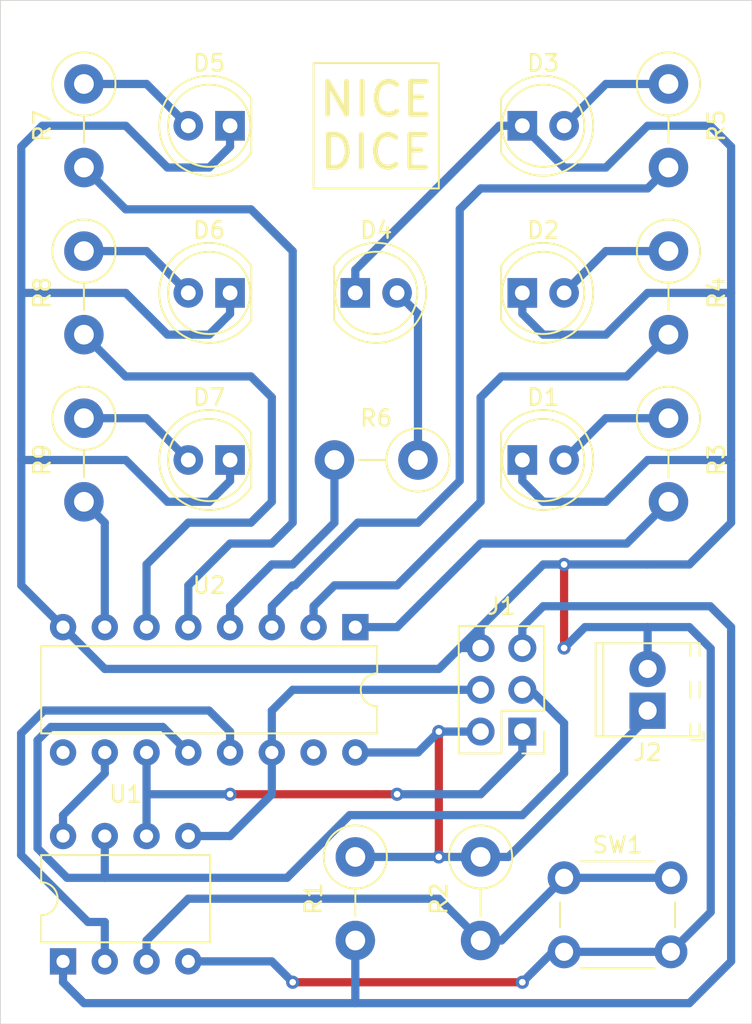
<source format=kicad_pcb>
(kicad_pcb (version 20171130) (host pcbnew "(5.1.10)-1")

  (general
    (thickness 1.6)
    (drawings 9)
    (tracks 201)
    (zones 0)
    (modules 21)
    (nets 23)
  )

  (page A4)
  (layers
    (0 F.Cu signal)
    (31 B.Cu signal)
    (32 B.Adhes user)
    (33 F.Adhes user)
    (34 B.Paste user)
    (35 F.Paste user)
    (36 B.SilkS user)
    (37 F.SilkS user)
    (38 B.Mask user)
    (39 F.Mask user)
    (40 Dwgs.User user)
    (41 Cmts.User user)
    (42 Eco1.User user)
    (43 Eco2.User user)
    (44 Edge.Cuts user)
    (45 Margin user)
    (46 B.CrtYd user)
    (47 F.CrtYd user)
    (48 B.Fab user)
    (49 F.Fab user)
  )

  (setup
    (last_trace_width 0.5)
    (trace_clearance 0.5)
    (zone_clearance 0.508)
    (zone_45_only no)
    (trace_min 0.2)
    (via_size 0.8)
    (via_drill 0.4)
    (via_min_size 0.4)
    (via_min_drill 0.3)
    (uvia_size 0.3)
    (uvia_drill 0.1)
    (uvias_allowed no)
    (uvia_min_size 0.2)
    (uvia_min_drill 0.1)
    (edge_width 0.05)
    (segment_width 0.2)
    (pcb_text_width 0.3)
    (pcb_text_size 1.5 1.5)
    (mod_edge_width 0.12)
    (mod_text_size 1 1)
    (mod_text_width 0.15)
    (pad_size 1.524 1.524)
    (pad_drill 0.762)
    (pad_to_mask_clearance 0)
    (aux_axis_origin 0 0)
    (visible_elements 7FFFFFFF)
    (pcbplotparams
      (layerselection 0x010fc_ffffffff)
      (usegerberextensions false)
      (usegerberattributes true)
      (usegerberadvancedattributes true)
      (creategerberjobfile true)
      (excludeedgelayer true)
      (linewidth 0.100000)
      (plotframeref false)
      (viasonmask false)
      (mode 1)
      (useauxorigin false)
      (hpglpennumber 1)
      (hpglpenspeed 20)
      (hpglpendiameter 15.000000)
      (psnegative false)
      (psa4output false)
      (plotreference true)
      (plotvalue true)
      (plotinvisibletext false)
      (padsonsilk false)
      (subtractmaskfromsilk false)
      (outputformat 1)
      (mirror false)
      (drillshape 1)
      (scaleselection 1)
      (outputdirectory ""))
  )

  (net 0 "")
  (net 1 "Net-(D1-Pad2)")
  (net 2 GND)
  (net 3 "Net-(D2-Pad2)")
  (net 4 "Net-(D3-Pad2)")
  (net 5 "Net-(D4-Pad2)")
  (net 6 "Net-(D5-Pad2)")
  (net 7 "Net-(D6-Pad2)")
  (net 8 "Net-(D7-Pad2)")
  (net 9 "Net-(J1-Pad5)")
  (net 10 "Net-(J1-Pad4)")
  (net 11 "Net-(J1-Pad3)")
  (net 12 VDD)
  (net 13 "Net-(J1-Pad1)")
  (net 14 Button)
  (net 15 "Net-(R3-Pad2)")
  (net 16 "Net-(R4-Pad2)")
  (net 17 "Net-(R5-Pad2)")
  (net 18 "Net-(R6-Pad2)")
  (net 19 "Net-(R7-Pad2)")
  (net 20 "Net-(R8-Pad2)")
  (net 21 "Net-(R9-Pad2)")
  (net 22 "Net-(U1-Pad2)")

  (net_class Default "This is the default net class."
    (clearance 0.5)
    (trace_width 0.5)
    (via_dia 0.8)
    (via_drill 0.4)
    (uvia_dia 0.3)
    (uvia_drill 0.1)
    (add_net Button)
    (add_net GND)
    (add_net "Net-(D1-Pad2)")
    (add_net "Net-(D2-Pad2)")
    (add_net "Net-(D3-Pad2)")
    (add_net "Net-(D4-Pad2)")
    (add_net "Net-(D5-Pad2)")
    (add_net "Net-(D6-Pad2)")
    (add_net "Net-(D7-Pad2)")
    (add_net "Net-(J1-Pad1)")
    (add_net "Net-(J1-Pad3)")
    (add_net "Net-(J1-Pad4)")
    (add_net "Net-(J1-Pad5)")
    (add_net "Net-(R3-Pad2)")
    (add_net "Net-(R4-Pad2)")
    (add_net "Net-(R5-Pad2)")
    (add_net "Net-(R6-Pad2)")
    (add_net "Net-(R7-Pad2)")
    (add_net "Net-(R8-Pad2)")
    (add_net "Net-(R9-Pad2)")
    (add_net "Net-(U1-Pad2)")
    (add_net VDD)
  )

  (module Package_DIP:DIP-16_W7.62mm (layer F.Cu) (tedit 5A02E8C5) (tstamp 613CA825)
    (at 139.7 104.14 270)
    (descr "16-lead though-hole mounted DIP package, row spacing 7.62 mm (300 mils)")
    (tags "THT DIP DIL PDIP 2.54mm 7.62mm 300mil")
    (path /613C4B48)
    (fp_text reference U2 (at -2.54 8.89 180) (layer F.SilkS)
      (effects (font (size 1 1) (thickness 0.15)))
    )
    (fp_text value 74HC595 (at 3.81 20.11 90) (layer F.Fab)
      (effects (font (size 1 1) (thickness 0.15)))
    )
    (fp_line (start 8.7 -1.55) (end -1.1 -1.55) (layer F.CrtYd) (width 0.05))
    (fp_line (start 8.7 19.3) (end 8.7 -1.55) (layer F.CrtYd) (width 0.05))
    (fp_line (start -1.1 19.3) (end 8.7 19.3) (layer F.CrtYd) (width 0.05))
    (fp_line (start -1.1 -1.55) (end -1.1 19.3) (layer F.CrtYd) (width 0.05))
    (fp_line (start 6.46 -1.33) (end 4.81 -1.33) (layer F.SilkS) (width 0.12))
    (fp_line (start 6.46 19.11) (end 6.46 -1.33) (layer F.SilkS) (width 0.12))
    (fp_line (start 1.16 19.11) (end 6.46 19.11) (layer F.SilkS) (width 0.12))
    (fp_line (start 1.16 -1.33) (end 1.16 19.11) (layer F.SilkS) (width 0.12))
    (fp_line (start 2.81 -1.33) (end 1.16 -1.33) (layer F.SilkS) (width 0.12))
    (fp_line (start 0.635 -0.27) (end 1.635 -1.27) (layer F.Fab) (width 0.1))
    (fp_line (start 0.635 19.05) (end 0.635 -0.27) (layer F.Fab) (width 0.1))
    (fp_line (start 6.985 19.05) (end 0.635 19.05) (layer F.Fab) (width 0.1))
    (fp_line (start 6.985 -1.27) (end 6.985 19.05) (layer F.Fab) (width 0.1))
    (fp_line (start 1.635 -1.27) (end 6.985 -1.27) (layer F.Fab) (width 0.1))
    (fp_text user %R (at 3.81 8.89 90) (layer F.Fab)
      (effects (font (size 1 1) (thickness 0.15)))
    )
    (fp_arc (start 3.81 -1.33) (end 2.81 -1.33) (angle -180) (layer F.SilkS) (width 0.12))
    (pad 16 thru_hole oval (at 7.62 0 270) (size 1.6 1.6) (drill 0.8) (layers *.Cu *.Mask)
      (net 12 VDD))
    (pad 8 thru_hole oval (at 0 17.78 270) (size 1.6 1.6) (drill 0.8) (layers *.Cu *.Mask)
      (net 2 GND))
    (pad 15 thru_hole oval (at 7.62 2.54 270) (size 1.6 1.6) (drill 0.8) (layers *.Cu *.Mask))
    (pad 7 thru_hole oval (at 0 15.24 270) (size 1.6 1.6) (drill 0.8) (layers *.Cu *.Mask)
      (net 21 "Net-(R9-Pad2)"))
    (pad 14 thru_hole oval (at 7.62 5.08 270) (size 1.6 1.6) (drill 0.8) (layers *.Cu *.Mask)
      (net 10 "Net-(J1-Pad4)"))
    (pad 6 thru_hole oval (at 0 12.7 270) (size 1.6 1.6) (drill 0.8) (layers *.Cu *.Mask)
      (net 20 "Net-(R8-Pad2)"))
    (pad 13 thru_hole oval (at 7.62 7.62 270) (size 1.6 1.6) (drill 0.8) (layers *.Cu *.Mask)
      (net 22 "Net-(U1-Pad2)"))
    (pad 5 thru_hole oval (at 0 10.16 270) (size 1.6 1.6) (drill 0.8) (layers *.Cu *.Mask)
      (net 19 "Net-(R7-Pad2)"))
    (pad 12 thru_hole oval (at 7.62 10.16 270) (size 1.6 1.6) (drill 0.8) (layers *.Cu *.Mask)
      (net 11 "Net-(J1-Pad3)"))
    (pad 4 thru_hole oval (at 0 7.62 270) (size 1.6 1.6) (drill 0.8) (layers *.Cu *.Mask)
      (net 18 "Net-(R6-Pad2)"))
    (pad 11 thru_hole oval (at 7.62 12.7 270) (size 1.6 1.6) (drill 0.8) (layers *.Cu *.Mask)
      (net 13 "Net-(J1-Pad1)"))
    (pad 3 thru_hole oval (at 0 5.08 270) (size 1.6 1.6) (drill 0.8) (layers *.Cu *.Mask)
      (net 17 "Net-(R5-Pad2)"))
    (pad 10 thru_hole oval (at 7.62 15.24 270) (size 1.6 1.6) (drill 0.8) (layers *.Cu *.Mask)
      (net 12 VDD))
    (pad 2 thru_hole oval (at 0 2.54 270) (size 1.6 1.6) (drill 0.8) (layers *.Cu *.Mask)
      (net 16 "Net-(R4-Pad2)"))
    (pad 9 thru_hole oval (at 7.62 17.78 270) (size 1.6 1.6) (drill 0.8) (layers *.Cu *.Mask))
    (pad 1 thru_hole rect (at 0 0 270) (size 1.6 1.6) (drill 0.8) (layers *.Cu *.Mask)
      (net 15 "Net-(R3-Pad2)"))
    (model ${KISYS3DMOD}/Package_DIP.3dshapes/DIP-16_W7.62mm.wrl
      (at (xyz 0 0 0))
      (scale (xyz 1 1 1))
      (rotate (xyz 0 0 0))
    )
  )

  (module Package_DIP:DIP-8_W7.62mm (layer F.Cu) (tedit 5A02E8C5) (tstamp 613CA801)
    (at 121.92 124.46 90)
    (descr "8-lead though-hole mounted DIP package, row spacing 7.62 mm (300 mils)")
    (tags "THT DIP DIL PDIP 2.54mm 7.62mm 300mil")
    (path /613B9ABB)
    (fp_text reference U1 (at 10.16 3.81 180) (layer F.SilkS)
      (effects (font (size 1 1) (thickness 0.15)))
    )
    (fp_text value ATtiny13A-PU (at 3.81 9.95 90) (layer F.Fab)
      (effects (font (size 1 1) (thickness 0.15)))
    )
    (fp_line (start 8.7 -1.55) (end -1.1 -1.55) (layer F.CrtYd) (width 0.05))
    (fp_line (start 8.7 9.15) (end 8.7 -1.55) (layer F.CrtYd) (width 0.05))
    (fp_line (start -1.1 9.15) (end 8.7 9.15) (layer F.CrtYd) (width 0.05))
    (fp_line (start -1.1 -1.55) (end -1.1 9.15) (layer F.CrtYd) (width 0.05))
    (fp_line (start 6.46 -1.33) (end 4.81 -1.33) (layer F.SilkS) (width 0.12))
    (fp_line (start 6.46 8.95) (end 6.46 -1.33) (layer F.SilkS) (width 0.12))
    (fp_line (start 1.16 8.95) (end 6.46 8.95) (layer F.SilkS) (width 0.12))
    (fp_line (start 1.16 -1.33) (end 1.16 8.95) (layer F.SilkS) (width 0.12))
    (fp_line (start 2.81 -1.33) (end 1.16 -1.33) (layer F.SilkS) (width 0.12))
    (fp_line (start 0.635 -0.27) (end 1.635 -1.27) (layer F.Fab) (width 0.1))
    (fp_line (start 0.635 8.89) (end 0.635 -0.27) (layer F.Fab) (width 0.1))
    (fp_line (start 6.985 8.89) (end 0.635 8.89) (layer F.Fab) (width 0.1))
    (fp_line (start 6.985 -1.27) (end 6.985 8.89) (layer F.Fab) (width 0.1))
    (fp_line (start 1.635 -1.27) (end 6.985 -1.27) (layer F.Fab) (width 0.1))
    (fp_text user %R (at 3.81 3.81 90) (layer F.Fab)
      (effects (font (size 1 1) (thickness 0.15)))
    )
    (fp_arc (start 3.81 -1.33) (end 2.81 -1.33) (angle -180) (layer F.SilkS) (width 0.12))
    (pad 8 thru_hole oval (at 7.62 0 90) (size 1.6 1.6) (drill 0.8) (layers *.Cu *.Mask)
      (net 12 VDD))
    (pad 4 thru_hole oval (at 0 7.62 90) (size 1.6 1.6) (drill 0.8) (layers *.Cu *.Mask)
      (net 2 GND))
    (pad 7 thru_hole oval (at 7.62 2.54 90) (size 1.6 1.6) (drill 0.8) (layers *.Cu *.Mask)
      (net 11 "Net-(J1-Pad3)"))
    (pad 3 thru_hole oval (at 0 5.08 90) (size 1.6 1.6) (drill 0.8) (layers *.Cu *.Mask)
      (net 14 Button))
    (pad 6 thru_hole oval (at 7.62 5.08 90) (size 1.6 1.6) (drill 0.8) (layers *.Cu *.Mask)
      (net 13 "Net-(J1-Pad1)"))
    (pad 2 thru_hole oval (at 0 2.54 90) (size 1.6 1.6) (drill 0.8) (layers *.Cu *.Mask)
      (net 22 "Net-(U1-Pad2)"))
    (pad 5 thru_hole oval (at 7.62 7.62 90) (size 1.6 1.6) (drill 0.8) (layers *.Cu *.Mask)
      (net 10 "Net-(J1-Pad4)"))
    (pad 1 thru_hole rect (at 0 0 90) (size 1.6 1.6) (drill 0.8) (layers *.Cu *.Mask)
      (net 9 "Net-(J1-Pad5)"))
    (model ${KISYS3DMOD}/Package_DIP.3dshapes/DIP-8_W7.62mm.wrl
      (at (xyz 0 0 0))
      (scale (xyz 1 1 1))
      (rotate (xyz 0 0 0))
    )
  )

  (module Button_Switch_THT:SW_PUSH_6mm_H7.3mm (layer F.Cu) (tedit 5A02FE31) (tstamp 613CBB7E)
    (at 152.4 119.38)
    (descr "tactile push button, 6x6mm e.g. PHAP33xx series, height=7.3mm")
    (tags "tact sw push 6mm")
    (path /614C3AF0)
    (fp_text reference SW1 (at 3.25 -2) (layer F.SilkS)
      (effects (font (size 1 1) (thickness 0.15)))
    )
    (fp_text value SW_Push (at 3.75 6.7) (layer F.Fab)
      (effects (font (size 1 1) (thickness 0.15)))
    )
    (fp_circle (center 3.25 2.25) (end 1.25 2.5) (layer F.Fab) (width 0.1))
    (fp_line (start 6.75 3) (end 6.75 1.5) (layer F.SilkS) (width 0.12))
    (fp_line (start 5.5 -1) (end 1 -1) (layer F.SilkS) (width 0.12))
    (fp_line (start -0.25 1.5) (end -0.25 3) (layer F.SilkS) (width 0.12))
    (fp_line (start 1 5.5) (end 5.5 5.5) (layer F.SilkS) (width 0.12))
    (fp_line (start 8 -1.25) (end 8 5.75) (layer F.CrtYd) (width 0.05))
    (fp_line (start 7.75 6) (end -1.25 6) (layer F.CrtYd) (width 0.05))
    (fp_line (start -1.5 5.75) (end -1.5 -1.25) (layer F.CrtYd) (width 0.05))
    (fp_line (start -1.25 -1.5) (end 7.75 -1.5) (layer F.CrtYd) (width 0.05))
    (fp_line (start -1.5 6) (end -1.25 6) (layer F.CrtYd) (width 0.05))
    (fp_line (start -1.5 5.75) (end -1.5 6) (layer F.CrtYd) (width 0.05))
    (fp_line (start -1.5 -1.5) (end -1.25 -1.5) (layer F.CrtYd) (width 0.05))
    (fp_line (start -1.5 -1.25) (end -1.5 -1.5) (layer F.CrtYd) (width 0.05))
    (fp_line (start 8 -1.5) (end 8 -1.25) (layer F.CrtYd) (width 0.05))
    (fp_line (start 7.75 -1.5) (end 8 -1.5) (layer F.CrtYd) (width 0.05))
    (fp_line (start 8 6) (end 8 5.75) (layer F.CrtYd) (width 0.05))
    (fp_line (start 7.75 6) (end 8 6) (layer F.CrtYd) (width 0.05))
    (fp_line (start 0.25 -0.75) (end 3.25 -0.75) (layer F.Fab) (width 0.1))
    (fp_line (start 0.25 5.25) (end 0.25 -0.75) (layer F.Fab) (width 0.1))
    (fp_line (start 6.25 5.25) (end 0.25 5.25) (layer F.Fab) (width 0.1))
    (fp_line (start 6.25 -0.75) (end 6.25 5.25) (layer F.Fab) (width 0.1))
    (fp_line (start 3.25 -0.75) (end 6.25 -0.75) (layer F.Fab) (width 0.1))
    (fp_text user %R (at 3.25 2.25) (layer F.Fab)
      (effects (font (size 1 1) (thickness 0.15)))
    )
    (pad 1 thru_hole circle (at 6.5 0 90) (size 2 2) (drill 1.1) (layers *.Cu *.Mask)
      (net 14 Button))
    (pad 2 thru_hole circle (at 6.5 4.5 90) (size 2 2) (drill 1.1) (layers *.Cu *.Mask)
      (net 2 GND))
    (pad 1 thru_hole circle (at 0 0 90) (size 2 2) (drill 1.1) (layers *.Cu *.Mask)
      (net 14 Button))
    (pad 2 thru_hole circle (at 0 4.5 90) (size 2 2) (drill 1.1) (layers *.Cu *.Mask)
      (net 2 GND))
    (model ${KISYS3DMOD}/Button_Switch_THT.3dshapes/SW_PUSH_6mm_H7.3mm.wrl
      (at (xyz 0 0 0))
      (scale (xyz 1 1 1))
      (rotate (xyz 0 0 0))
    )
  )

  (module Resistor_THT:R_Axial_DIN0411_L9.9mm_D3.6mm_P5.08mm_Vertical (layer F.Cu) (tedit 5AE5139B) (tstamp 613CA7C6)
    (at 123.19 91.44 270)
    (descr "Resistor, Axial_DIN0411 series, Axial, Vertical, pin pitch=5.08mm, 1W, length*diameter=9.9*3.6mm^2")
    (tags "Resistor Axial_DIN0411 series Axial Vertical pin pitch 5.08mm 1W length 9.9mm diameter 3.6mm")
    (path /613C188D)
    (fp_text reference R9 (at 2.54 2.54 90) (layer F.SilkS)
      (effects (font (size 1 1) (thickness 0.15)))
    )
    (fp_text value 330 (at 5.08 -2.54 90) (layer F.Fab)
      (effects (font (size 1 1) (thickness 0.15)))
    )
    (fp_line (start 6.53 -2.05) (end -2.05 -2.05) (layer F.CrtYd) (width 0.05))
    (fp_line (start 6.53 2.05) (end 6.53 -2.05) (layer F.CrtYd) (width 0.05))
    (fp_line (start -2.05 2.05) (end 6.53 2.05) (layer F.CrtYd) (width 0.05))
    (fp_line (start -2.05 -2.05) (end -2.05 2.05) (layer F.CrtYd) (width 0.05))
    (fp_line (start 1.92 0) (end 3.58 0) (layer F.SilkS) (width 0.12))
    (fp_line (start 0 0) (end 5.08 0) (layer F.Fab) (width 0.1))
    (fp_circle (center 0 0) (end 1.92 0) (layer F.SilkS) (width 0.12))
    (fp_circle (center 0 0) (end 1.8 0) (layer F.Fab) (width 0.1))
    (fp_text user %R (at -1.27 -2.54 90) (layer F.Fab)
      (effects (font (size 1 1) (thickness 0.15)))
    )
    (pad 2 thru_hole oval (at 5.08 0 270) (size 2.4 2.4) (drill 1.2) (layers *.Cu *.Mask)
      (net 21 "Net-(R9-Pad2)"))
    (pad 1 thru_hole circle (at 0 0 270) (size 2.4 2.4) (drill 1.2) (layers *.Cu *.Mask)
      (net 8 "Net-(D7-Pad2)"))
    (model ${KISYS3DMOD}/Resistor_THT.3dshapes/R_Axial_DIN0411_L9.9mm_D3.6mm_P5.08mm_Vertical.wrl
      (at (xyz 0 0 0))
      (scale (xyz 1 1 1))
      (rotate (xyz 0 0 0))
    )
  )

  (module Resistor_THT:R_Axial_DIN0411_L9.9mm_D3.6mm_P5.08mm_Vertical (layer F.Cu) (tedit 5AE5139B) (tstamp 613CA7B7)
    (at 123.19 81.28 270)
    (descr "Resistor, Axial_DIN0411 series, Axial, Vertical, pin pitch=5.08mm, 1W, length*diameter=9.9*3.6mm^2")
    (tags "Resistor Axial_DIN0411 series Axial Vertical pin pitch 5.08mm 1W length 9.9mm diameter 3.6mm")
    (path /613C155E)
    (fp_text reference R8 (at 2.54 2.54 90) (layer F.SilkS)
      (effects (font (size 1 1) (thickness 0.15)))
    )
    (fp_text value 330 (at 5.08 -2.54 90) (layer F.Fab)
      (effects (font (size 1 1) (thickness 0.15)))
    )
    (fp_line (start 6.53 -2.05) (end -2.05 -2.05) (layer F.CrtYd) (width 0.05))
    (fp_line (start 6.53 2.05) (end 6.53 -2.05) (layer F.CrtYd) (width 0.05))
    (fp_line (start -2.05 2.05) (end 6.53 2.05) (layer F.CrtYd) (width 0.05))
    (fp_line (start -2.05 -2.05) (end -2.05 2.05) (layer F.CrtYd) (width 0.05))
    (fp_line (start 1.92 0) (end 3.58 0) (layer F.SilkS) (width 0.12))
    (fp_line (start 0 0) (end 5.08 0) (layer F.Fab) (width 0.1))
    (fp_circle (center 0 0) (end 1.92 0) (layer F.SilkS) (width 0.12))
    (fp_circle (center 0 0) (end 1.8 0) (layer F.Fab) (width 0.1))
    (fp_text user %R (at -1.27 -2.54 90) (layer F.Fab)
      (effects (font (size 1 1) (thickness 0.15)))
    )
    (pad 2 thru_hole oval (at 5.08 0 270) (size 2.4 2.4) (drill 1.2) (layers *.Cu *.Mask)
      (net 20 "Net-(R8-Pad2)"))
    (pad 1 thru_hole circle (at 0 0 270) (size 2.4 2.4) (drill 1.2) (layers *.Cu *.Mask)
      (net 7 "Net-(D6-Pad2)"))
    (model ${KISYS3DMOD}/Resistor_THT.3dshapes/R_Axial_DIN0411_L9.9mm_D3.6mm_P5.08mm_Vertical.wrl
      (at (xyz 0 0 0))
      (scale (xyz 1 1 1))
      (rotate (xyz 0 0 0))
    )
  )

  (module Resistor_THT:R_Axial_DIN0411_L9.9mm_D3.6mm_P5.08mm_Vertical (layer F.Cu) (tedit 5AE5139B) (tstamp 613CA7A8)
    (at 123.19 71.12 270)
    (descr "Resistor, Axial_DIN0411 series, Axial, Vertical, pin pitch=5.08mm, 1W, length*diameter=9.9*3.6mm^2")
    (tags "Resistor Axial_DIN0411 series Axial Vertical pin pitch 5.08mm 1W length 9.9mm diameter 3.6mm")
    (path /613C11D0)
    (fp_text reference R7 (at 2.54 2.54 90) (layer F.SilkS)
      (effects (font (size 1 1) (thickness 0.15)))
    )
    (fp_text value 330 (at 5.08 -2.54 90) (layer F.Fab)
      (effects (font (size 1 1) (thickness 0.15)))
    )
    (fp_line (start 6.53 -2.05) (end -2.05 -2.05) (layer F.CrtYd) (width 0.05))
    (fp_line (start 6.53 2.05) (end 6.53 -2.05) (layer F.CrtYd) (width 0.05))
    (fp_line (start -2.05 2.05) (end 6.53 2.05) (layer F.CrtYd) (width 0.05))
    (fp_line (start -2.05 -2.05) (end -2.05 2.05) (layer F.CrtYd) (width 0.05))
    (fp_line (start 1.92 0) (end 3.58 0) (layer F.SilkS) (width 0.12))
    (fp_line (start 0 0) (end 5.08 0) (layer F.Fab) (width 0.1))
    (fp_circle (center 0 0) (end 1.92 0) (layer F.SilkS) (width 0.12))
    (fp_circle (center 0 0) (end 1.8 0) (layer F.Fab) (width 0.1))
    (fp_text user %R (at -1.27 -2.54 90) (layer F.Fab)
      (effects (font (size 1 1) (thickness 0.15)))
    )
    (pad 2 thru_hole oval (at 5.08 0 270) (size 2.4 2.4) (drill 1.2) (layers *.Cu *.Mask)
      (net 19 "Net-(R7-Pad2)"))
    (pad 1 thru_hole circle (at 0 0 270) (size 2.4 2.4) (drill 1.2) (layers *.Cu *.Mask)
      (net 6 "Net-(D5-Pad2)"))
    (model ${KISYS3DMOD}/Resistor_THT.3dshapes/R_Axial_DIN0411_L9.9mm_D3.6mm_P5.08mm_Vertical.wrl
      (at (xyz 0 0 0))
      (scale (xyz 1 1 1))
      (rotate (xyz 0 0 0))
    )
  )

  (module Resistor_THT:R_Axial_DIN0411_L9.9mm_D3.6mm_P5.08mm_Vertical (layer F.Cu) (tedit 5AE5139B) (tstamp 613CA799)
    (at 143.51 93.98 180)
    (descr "Resistor, Axial_DIN0411 series, Axial, Vertical, pin pitch=5.08mm, 1W, length*diameter=9.9*3.6mm^2")
    (tags "Resistor Axial_DIN0411 series Axial Vertical pin pitch 5.08mm 1W length 9.9mm diameter 3.6mm")
    (path /613C0F26)
    (fp_text reference R6 (at 2.54 2.54) (layer F.SilkS)
      (effects (font (size 1 1) (thickness 0.15)))
    )
    (fp_text value 330 (at 0 -2.54) (layer F.Fab)
      (effects (font (size 1 1) (thickness 0.15)))
    )
    (fp_line (start 6.53 -2.05) (end -2.05 -2.05) (layer F.CrtYd) (width 0.05))
    (fp_line (start 6.53 2.05) (end 6.53 -2.05) (layer F.CrtYd) (width 0.05))
    (fp_line (start -2.05 2.05) (end 6.53 2.05) (layer F.CrtYd) (width 0.05))
    (fp_line (start -2.05 -2.05) (end -2.05 2.05) (layer F.CrtYd) (width 0.05))
    (fp_line (start 1.92 0) (end 3.58 0) (layer F.SilkS) (width 0.12))
    (fp_line (start 0 0) (end 5.08 0) (layer F.Fab) (width 0.1))
    (fp_circle (center 0 0) (end 1.92 0) (layer F.SilkS) (width 0.12))
    (fp_circle (center 0 0) (end 1.8 0) (layer F.Fab) (width 0.1))
    (fp_text user %R (at 5.08 -2.54) (layer F.Fab)
      (effects (font (size 1 1) (thickness 0.15)))
    )
    (pad 2 thru_hole oval (at 5.08 0 180) (size 2.4 2.4) (drill 1.2) (layers *.Cu *.Mask)
      (net 18 "Net-(R6-Pad2)"))
    (pad 1 thru_hole circle (at 0 0 180) (size 2.4 2.4) (drill 1.2) (layers *.Cu *.Mask)
      (net 5 "Net-(D4-Pad2)"))
    (model ${KISYS3DMOD}/Resistor_THT.3dshapes/R_Axial_DIN0411_L9.9mm_D3.6mm_P5.08mm_Vertical.wrl
      (at (xyz 0 0 0))
      (scale (xyz 1 1 1))
      (rotate (xyz 0 0 0))
    )
  )

  (module Resistor_THT:R_Axial_DIN0411_L9.9mm_D3.6mm_P5.08mm_Vertical (layer F.Cu) (tedit 5AE5139B) (tstamp 613CA78A)
    (at 158.75 71.12 270)
    (descr "Resistor, Axial_DIN0411 series, Axial, Vertical, pin pitch=5.08mm, 1W, length*diameter=9.9*3.6mm^2")
    (tags "Resistor Axial_DIN0411 series Axial Vertical pin pitch 5.08mm 1W length 9.9mm diameter 3.6mm")
    (path /613C0C91)
    (fp_text reference R5 (at 2.54 -2.92 90) (layer F.SilkS)
      (effects (font (size 1 1) (thickness 0.15)))
    )
    (fp_text value 330 (at 2.54 2.92 90) (layer F.Fab)
      (effects (font (size 1 1) (thickness 0.15)))
    )
    (fp_line (start 6.53 -2.05) (end -2.05 -2.05) (layer F.CrtYd) (width 0.05))
    (fp_line (start 6.53 2.05) (end 6.53 -2.05) (layer F.CrtYd) (width 0.05))
    (fp_line (start -2.05 2.05) (end 6.53 2.05) (layer F.CrtYd) (width 0.05))
    (fp_line (start -2.05 -2.05) (end -2.05 2.05) (layer F.CrtYd) (width 0.05))
    (fp_line (start 1.92 0) (end 3.58 0) (layer F.SilkS) (width 0.12))
    (fp_line (start 0 0) (end 5.08 0) (layer F.Fab) (width 0.1))
    (fp_circle (center 0 0) (end 1.92 0) (layer F.SilkS) (width 0.12))
    (fp_circle (center 0 0) (end 1.8 0) (layer F.Fab) (width 0.1))
    (fp_text user %R (at 2.54 -2.92 90) (layer F.Fab)
      (effects (font (size 1 1) (thickness 0.15)))
    )
    (pad 2 thru_hole oval (at 5.08 0 270) (size 2.4 2.4) (drill 1.2) (layers *.Cu *.Mask)
      (net 17 "Net-(R5-Pad2)"))
    (pad 1 thru_hole circle (at 0 0 270) (size 2.4 2.4) (drill 1.2) (layers *.Cu *.Mask)
      (net 4 "Net-(D3-Pad2)"))
    (model ${KISYS3DMOD}/Resistor_THT.3dshapes/R_Axial_DIN0411_L9.9mm_D3.6mm_P5.08mm_Vertical.wrl
      (at (xyz 0 0 0))
      (scale (xyz 1 1 1))
      (rotate (xyz 0 0 0))
    )
  )

  (module Resistor_THT:R_Axial_DIN0411_L9.9mm_D3.6mm_P5.08mm_Vertical (layer F.Cu) (tedit 5AE5139B) (tstamp 613CA77B)
    (at 158.75 81.28 270)
    (descr "Resistor, Axial_DIN0411 series, Axial, Vertical, pin pitch=5.08mm, 1W, length*diameter=9.9*3.6mm^2")
    (tags "Resistor Axial_DIN0411 series Axial Vertical pin pitch 5.08mm 1W length 9.9mm diameter 3.6mm")
    (path /613C098C)
    (fp_text reference R4 (at 2.54 -2.92 90) (layer F.SilkS)
      (effects (font (size 1 1) (thickness 0.15)))
    )
    (fp_text value 330 (at 2.54 2.92 90) (layer F.Fab)
      (effects (font (size 1 1) (thickness 0.15)))
    )
    (fp_line (start 6.53 -2.05) (end -2.05 -2.05) (layer F.CrtYd) (width 0.05))
    (fp_line (start 6.53 2.05) (end 6.53 -2.05) (layer F.CrtYd) (width 0.05))
    (fp_line (start -2.05 2.05) (end 6.53 2.05) (layer F.CrtYd) (width 0.05))
    (fp_line (start -2.05 -2.05) (end -2.05 2.05) (layer F.CrtYd) (width 0.05))
    (fp_line (start 1.92 0) (end 3.58 0) (layer F.SilkS) (width 0.12))
    (fp_line (start 0 0) (end 5.08 0) (layer F.Fab) (width 0.1))
    (fp_circle (center 0 0) (end 1.92 0) (layer F.SilkS) (width 0.12))
    (fp_circle (center 0 0) (end 1.8 0) (layer F.Fab) (width 0.1))
    (fp_text user %R (at 2.54 -2.92 90) (layer F.Fab)
      (effects (font (size 1 1) (thickness 0.15)))
    )
    (pad 2 thru_hole oval (at 5.08 0 270) (size 2.4 2.4) (drill 1.2) (layers *.Cu *.Mask)
      (net 16 "Net-(R4-Pad2)"))
    (pad 1 thru_hole circle (at 0 0 270) (size 2.4 2.4) (drill 1.2) (layers *.Cu *.Mask)
      (net 3 "Net-(D2-Pad2)"))
    (model ${KISYS3DMOD}/Resistor_THT.3dshapes/R_Axial_DIN0411_L9.9mm_D3.6mm_P5.08mm_Vertical.wrl
      (at (xyz 0 0 0))
      (scale (xyz 1 1 1))
      (rotate (xyz 0 0 0))
    )
  )

  (module Resistor_THT:R_Axial_DIN0411_L9.9mm_D3.6mm_P5.08mm_Vertical (layer F.Cu) (tedit 5AE5139B) (tstamp 613CA76C)
    (at 158.75 91.44 270)
    (descr "Resistor, Axial_DIN0411 series, Axial, Vertical, pin pitch=5.08mm, 1W, length*diameter=9.9*3.6mm^2")
    (tags "Resistor Axial_DIN0411 series Axial Vertical pin pitch 5.08mm 1W length 9.9mm diameter 3.6mm")
    (path /613BFF0D)
    (fp_text reference R3 (at 2.54 -2.92 90) (layer F.SilkS)
      (effects (font (size 1 1) (thickness 0.15)))
    )
    (fp_text value 330 (at 2.54 2.92 90) (layer F.Fab)
      (effects (font (size 1 1) (thickness 0.15)))
    )
    (fp_line (start 6.53 -2.05) (end -2.05 -2.05) (layer F.CrtYd) (width 0.05))
    (fp_line (start 6.53 2.05) (end 6.53 -2.05) (layer F.CrtYd) (width 0.05))
    (fp_line (start -2.05 2.05) (end 6.53 2.05) (layer F.CrtYd) (width 0.05))
    (fp_line (start -2.05 -2.05) (end -2.05 2.05) (layer F.CrtYd) (width 0.05))
    (fp_line (start 1.92 0) (end 3.58 0) (layer F.SilkS) (width 0.12))
    (fp_line (start 0 0) (end 5.08 0) (layer F.Fab) (width 0.1))
    (fp_circle (center 0 0) (end 1.92 0) (layer F.SilkS) (width 0.12))
    (fp_circle (center 0 0) (end 1.8 0) (layer F.Fab) (width 0.1))
    (fp_text user %R (at 2.54 -2.92 90) (layer F.Fab)
      (effects (font (size 1 1) (thickness 0.15)))
    )
    (pad 2 thru_hole oval (at 5.08 0 270) (size 2.4 2.4) (drill 1.2) (layers *.Cu *.Mask)
      (net 15 "Net-(R3-Pad2)"))
    (pad 1 thru_hole circle (at 0 0 270) (size 2.4 2.4) (drill 1.2) (layers *.Cu *.Mask)
      (net 1 "Net-(D1-Pad2)"))
    (model ${KISYS3DMOD}/Resistor_THT.3dshapes/R_Axial_DIN0411_L9.9mm_D3.6mm_P5.08mm_Vertical.wrl
      (at (xyz 0 0 0))
      (scale (xyz 1 1 1))
      (rotate (xyz 0 0 0))
    )
  )

  (module Resistor_THT:R_Axial_DIN0411_L9.9mm_D3.6mm_P5.08mm_Vertical (layer F.Cu) (tedit 5AE5139B) (tstamp 613CA75D)
    (at 147.32 118.11 270)
    (descr "Resistor, Axial_DIN0411 series, Axial, Vertical, pin pitch=5.08mm, 1W, length*diameter=9.9*3.6mm^2")
    (tags "Resistor Axial_DIN0411 series Axial Vertical pin pitch 5.08mm 1W length 9.9mm diameter 3.6mm")
    (path /6140B1A5)
    (fp_text reference R2 (at 2.54 2.54 270) (layer F.SilkS)
      (effects (font (size 1 1) (thickness 0.15)))
    )
    (fp_text value 10K (at 2.54 2.92 90) (layer F.Fab)
      (effects (font (size 1 1) (thickness 0.15)))
    )
    (fp_line (start 6.53 -2.05) (end -2.05 -2.05) (layer F.CrtYd) (width 0.05))
    (fp_line (start 6.53 2.05) (end 6.53 -2.05) (layer F.CrtYd) (width 0.05))
    (fp_line (start -2.05 2.05) (end 6.53 2.05) (layer F.CrtYd) (width 0.05))
    (fp_line (start -2.05 -2.05) (end -2.05 2.05) (layer F.CrtYd) (width 0.05))
    (fp_line (start 1.92 0) (end 3.58 0) (layer F.SilkS) (width 0.12))
    (fp_line (start 0 0) (end 5.08 0) (layer F.Fab) (width 0.1))
    (fp_circle (center 0 0) (end 1.92 0) (layer F.SilkS) (width 0.12))
    (fp_circle (center 0 0) (end 1.8 0) (layer F.Fab) (width 0.1))
    (fp_text user %R (at 2.54 -2.92 90) (layer F.Fab)
      (effects (font (size 1 1) (thickness 0.15)))
    )
    (pad 2 thru_hole oval (at 5.08 0 270) (size 2.4 2.4) (drill 1.2) (layers *.Cu *.Mask)
      (net 14 Button))
    (pad 1 thru_hole circle (at 0 0 270) (size 2.4 2.4) (drill 1.2) (layers *.Cu *.Mask)
      (net 12 VDD))
    (model ${KISYS3DMOD}/Resistor_THT.3dshapes/R_Axial_DIN0411_L9.9mm_D3.6mm_P5.08mm_Vertical.wrl
      (at (xyz 0 0 0))
      (scale (xyz 1 1 1))
      (rotate (xyz 0 0 0))
    )
  )

  (module Resistor_THT:R_Axial_DIN0411_L9.9mm_D3.6mm_P5.08mm_Vertical (layer F.Cu) (tedit 5AE5139B) (tstamp 613CA74E)
    (at 139.7 118.11 270)
    (descr "Resistor, Axial_DIN0411 series, Axial, Vertical, pin pitch=5.08mm, 1W, length*diameter=9.9*3.6mm^2")
    (tags "Resistor Axial_DIN0411 series Axial Vertical pin pitch 5.08mm 1W length 9.9mm diameter 3.6mm")
    (path /6140B84A)
    (fp_text reference R1 (at 2.54 2.54 90) (layer F.SilkS)
      (effects (font (size 1 1) (thickness 0.15)))
    )
    (fp_text value 10K (at 0 -2.54 90) (layer F.Fab)
      (effects (font (size 1 1) (thickness 0.15)))
    )
    (fp_line (start 6.53 -2.05) (end -2.05 -2.05) (layer F.CrtYd) (width 0.05))
    (fp_line (start 6.53 2.05) (end 6.53 -2.05) (layer F.CrtYd) (width 0.05))
    (fp_line (start -2.05 2.05) (end 6.53 2.05) (layer F.CrtYd) (width 0.05))
    (fp_line (start -2.05 -2.05) (end -2.05 2.05) (layer F.CrtYd) (width 0.05))
    (fp_line (start 1.92 0) (end 3.58 0) (layer F.SilkS) (width 0.12))
    (fp_line (start 0 0) (end 5.08 0) (layer F.Fab) (width 0.1))
    (fp_circle (center 0 0) (end 1.92 0) (layer F.SilkS) (width 0.12))
    (fp_circle (center 0 0) (end 1.8 0) (layer F.Fab) (width 0.1))
    (fp_text user %R (at 2.54 -2.92 90) (layer F.Fab)
      (effects (font (size 1 1) (thickness 0.15)))
    )
    (pad 2 thru_hole oval (at 5.08 0 270) (size 2.4 2.4) (drill 1.2) (layers *.Cu *.Mask)
      (net 9 "Net-(J1-Pad5)"))
    (pad 1 thru_hole circle (at 0 0 270) (size 2.4 2.4) (drill 1.2) (layers *.Cu *.Mask)
      (net 12 VDD))
    (model ${KISYS3DMOD}/Resistor_THT.3dshapes/R_Axial_DIN0411_L9.9mm_D3.6mm_P5.08mm_Vertical.wrl
      (at (xyz 0 0 0))
      (scale (xyz 1 1 1))
      (rotate (xyz 0 0 0))
    )
  )

  (module TerminalBlock_Phoenix:TerminalBlock_Phoenix_MPT-0,5-2-2.54_1x02_P2.54mm_Horizontal (layer F.Cu) (tedit 5B294F98) (tstamp 613CA73F)
    (at 157.48 109.22 90)
    (descr "Terminal Block Phoenix MPT-0,5-2-2.54, 2 pins, pitch 2.54mm, size 5.54x6.2mm^2, drill diamater 1.1mm, pad diameter 2.2mm, see http://www.mouser.com/ds/2/324/ItemDetail_1725656-920552.pdf, script-generated using https://github.com/pointhi/kicad-footprint-generator/scripts/TerminalBlock_Phoenix")
    (tags "THT Terminal Block Phoenix MPT-0,5-2-2.54 pitch 2.54mm size 5.54x6.2mm^2 drill 1.1mm pad 2.2mm")
    (path /61453A42)
    (fp_text reference J2 (at -2.54 0 180) (layer F.SilkS)
      (effects (font (size 1 1) (thickness 0.15)))
    )
    (fp_text value Power (at 1.27 4.16 90) (layer F.Fab)
      (effects (font (size 1 1) (thickness 0.15)))
    )
    (fp_line (start 4.54 -3.6) (end -2 -3.6) (layer F.CrtYd) (width 0.05))
    (fp_line (start 4.54 3.6) (end 4.54 -3.6) (layer F.CrtYd) (width 0.05))
    (fp_line (start -2 3.6) (end 4.54 3.6) (layer F.CrtYd) (width 0.05))
    (fp_line (start -2 -3.6) (end -2 3.6) (layer F.CrtYd) (width 0.05))
    (fp_line (start -1.8 3.4) (end -1.3 3.4) (layer F.SilkS) (width 0.12))
    (fp_line (start -1.8 2.66) (end -1.8 3.4) (layer F.SilkS) (width 0.12))
    (fp_line (start 3.241 -0.835) (end 1.706 0.7) (layer F.Fab) (width 0.1))
    (fp_line (start 3.375 -0.7) (end 1.84 0.835) (layer F.Fab) (width 0.1))
    (fp_line (start 0.701 -0.835) (end -0.835 0.7) (layer F.Fab) (width 0.1))
    (fp_line (start 0.835 -0.7) (end -0.701 0.835) (layer F.Fab) (width 0.1))
    (fp_line (start 4.1 -3.16) (end 4.1 3.16) (layer F.SilkS) (width 0.12))
    (fp_line (start -1.56 -3.16) (end -1.56 3.16) (layer F.SilkS) (width 0.12))
    (fp_line (start 3.33 3.16) (end 4.1 3.16) (layer F.SilkS) (width 0.12))
    (fp_line (start 0.79 3.16) (end 1.75 3.16) (layer F.SilkS) (width 0.12))
    (fp_line (start -1.56 3.16) (end -0.79 3.16) (layer F.SilkS) (width 0.12))
    (fp_line (start -1.56 -3.16) (end 4.1 -3.16) (layer F.SilkS) (width 0.12))
    (fp_line (start -1.56 -2.7) (end 4.1 -2.7) (layer F.SilkS) (width 0.12))
    (fp_line (start -1.5 -2.7) (end 4.04 -2.7) (layer F.Fab) (width 0.1))
    (fp_line (start 3.33 2.6) (end 4.1 2.6) (layer F.SilkS) (width 0.12))
    (fp_line (start 0.79 2.6) (end 1.75 2.6) (layer F.SilkS) (width 0.12))
    (fp_line (start -1.56 2.6) (end -0.79 2.6) (layer F.SilkS) (width 0.12))
    (fp_line (start -1.5 2.6) (end 4.04 2.6) (layer F.Fab) (width 0.1))
    (fp_line (start -1.5 2.6) (end -1.5 -3.1) (layer F.Fab) (width 0.1))
    (fp_line (start -1 3.1) (end -1.5 2.6) (layer F.Fab) (width 0.1))
    (fp_line (start 4.04 3.1) (end -1 3.1) (layer F.Fab) (width 0.1))
    (fp_line (start 4.04 -3.1) (end 4.04 3.1) (layer F.Fab) (width 0.1))
    (fp_line (start -1.5 -3.1) (end 4.04 -3.1) (layer F.Fab) (width 0.1))
    (fp_circle (center 2.54 0) (end 3.64 0) (layer F.Fab) (width 0.1))
    (fp_circle (center 0 0) (end 1.1 0) (layer F.Fab) (width 0.1))
    (fp_text user %R (at 1.27 2 90) (layer F.Fab)
      (effects (font (size 1 1) (thickness 0.15)))
    )
    (pad "" np_thru_hole circle (at 2.54 2.54 90) (size 1.1 1.1) (drill 1.1) (layers *.Cu *.Mask))
    (pad 2 thru_hole circle (at 2.54 0 90) (size 2.2 2.2) (drill 1.1) (layers *.Cu *.Mask)
      (net 2 GND))
    (pad "" np_thru_hole circle (at 0 2.54 90) (size 1.1 1.1) (drill 1.1) (layers *.Cu *.Mask))
    (pad 1 thru_hole rect (at 0 0 90) (size 2.2 2.2) (drill 1.1) (layers *.Cu *.Mask)
      (net 12 VDD))
    (model ${KISYS3DMOD}/TerminalBlock_Phoenix.3dshapes/TerminalBlock_Phoenix_MPT-0,5-2-2.54_1x02_P2.54mm_Horizontal.wrl
      (at (xyz 0 0 0))
      (scale (xyz 1 1 1))
      (rotate (xyz 0 0 0))
    )
  )

  (module Connector_PinHeader_2.54mm:PinHeader_2x03_P2.54mm_Vertical (layer F.Cu) (tedit 59FED5CC) (tstamp 613CA719)
    (at 149.86 110.49 180)
    (descr "Through hole straight pin header, 2x03, 2.54mm pitch, double rows")
    (tags "Through hole pin header THT 2x03 2.54mm double row")
    (path /613EA762)
    (fp_text reference J1 (at 1.27 7.62) (layer F.SilkS)
      (effects (font (size 1 1) (thickness 0.15)))
    )
    (fp_text value AVR-ISP-6 (at 1.27 7.41) (layer F.Fab)
      (effects (font (size 1 1) (thickness 0.15)))
    )
    (fp_line (start 4.35 -1.8) (end -1.8 -1.8) (layer F.CrtYd) (width 0.05))
    (fp_line (start 4.35 6.85) (end 4.35 -1.8) (layer F.CrtYd) (width 0.05))
    (fp_line (start -1.8 6.85) (end 4.35 6.85) (layer F.CrtYd) (width 0.05))
    (fp_line (start -1.8 -1.8) (end -1.8 6.85) (layer F.CrtYd) (width 0.05))
    (fp_line (start -1.33 -1.33) (end 0 -1.33) (layer F.SilkS) (width 0.12))
    (fp_line (start -1.33 0) (end -1.33 -1.33) (layer F.SilkS) (width 0.12))
    (fp_line (start 1.27 -1.33) (end 3.87 -1.33) (layer F.SilkS) (width 0.12))
    (fp_line (start 1.27 1.27) (end 1.27 -1.33) (layer F.SilkS) (width 0.12))
    (fp_line (start -1.33 1.27) (end 1.27 1.27) (layer F.SilkS) (width 0.12))
    (fp_line (start 3.87 -1.33) (end 3.87 6.41) (layer F.SilkS) (width 0.12))
    (fp_line (start -1.33 1.27) (end -1.33 6.41) (layer F.SilkS) (width 0.12))
    (fp_line (start -1.33 6.41) (end 3.87 6.41) (layer F.SilkS) (width 0.12))
    (fp_line (start -1.27 0) (end 0 -1.27) (layer F.Fab) (width 0.1))
    (fp_line (start -1.27 6.35) (end -1.27 0) (layer F.Fab) (width 0.1))
    (fp_line (start 3.81 6.35) (end -1.27 6.35) (layer F.Fab) (width 0.1))
    (fp_line (start 3.81 -1.27) (end 3.81 6.35) (layer F.Fab) (width 0.1))
    (fp_line (start 0 -1.27) (end 3.81 -1.27) (layer F.Fab) (width 0.1))
    (fp_text user %R (at 1.27 2.54 90) (layer F.Fab)
      (effects (font (size 1 1) (thickness 0.15)))
    )
    (pad 6 thru_hole oval (at 2.54 5.08 180) (size 1.7 1.7) (drill 1) (layers *.Cu *.Mask)
      (net 2 GND))
    (pad 5 thru_hole oval (at 0 5.08 180) (size 1.7 1.7) (drill 1) (layers *.Cu *.Mask)
      (net 9 "Net-(J1-Pad5)"))
    (pad 4 thru_hole oval (at 2.54 2.54 180) (size 1.7 1.7) (drill 1) (layers *.Cu *.Mask)
      (net 10 "Net-(J1-Pad4)"))
    (pad 3 thru_hole oval (at 0 2.54 180) (size 1.7 1.7) (drill 1) (layers *.Cu *.Mask)
      (net 11 "Net-(J1-Pad3)"))
    (pad 2 thru_hole oval (at 2.54 0 180) (size 1.7 1.7) (drill 1) (layers *.Cu *.Mask)
      (net 12 VDD))
    (pad 1 thru_hole rect (at 0 0 180) (size 1.7 1.7) (drill 1) (layers *.Cu *.Mask)
      (net 13 "Net-(J1-Pad1)"))
    (model ${KISYS3DMOD}/Connector_PinHeader_2.54mm.3dshapes/PinHeader_2x03_P2.54mm_Vertical.wrl
      (at (xyz 0 0 0))
      (scale (xyz 1 1 1))
      (rotate (xyz 0 0 0))
    )
  )

  (module LED_THT:LED_D5.0mm_FlatTop (layer F.Cu) (tedit 5880A862) (tstamp 613CA6FD)
    (at 132.08 93.98 180)
    (descr "LED, Round, FlatTop, diameter 5.0mm, 2 pins, http://www.kingbright.com/attachments/file/psearch/000/00/00/L-483GDT(Ver.15B).pdf")
    (tags "LED Round FlatTop diameter 5.0mm 2 pins")
    (path /613BD4BB)
    (fp_text reference D7 (at 1.27 3.81) (layer F.SilkS)
      (effects (font (size 1 1) (thickness 0.15)))
    )
    (fp_text value LED (at 1.27 -3.81) (layer F.Fab)
      (effects (font (size 1 1) (thickness 0.15)))
    )
    (fp_line (start 4.55 -3.3) (end -2 -3.3) (layer F.CrtYd) (width 0.05))
    (fp_line (start 4.55 3.3) (end 4.55 -3.3) (layer F.CrtYd) (width 0.05))
    (fp_line (start -2 3.3) (end 4.55 3.3) (layer F.CrtYd) (width 0.05))
    (fp_line (start -2 -3.3) (end -2 3.3) (layer F.CrtYd) (width 0.05))
    (fp_line (start -1.29 -1.64) (end -1.29 1.64) (layer F.SilkS) (width 0.12))
    (fp_line (start -1.23 -1.566046) (end -1.23 1.566046) (layer F.Fab) (width 0.1))
    (fp_circle (center 1.27 0) (end 3.77 0) (layer F.SilkS) (width 0.12))
    (fp_circle (center 1.27 0) (end 3.77 0) (layer F.Fab) (width 0.1))
    (fp_arc (start 1.27 0) (end -1.29 1.639512) (angle -147.4) (layer F.SilkS) (width 0.12))
    (fp_arc (start 1.27 0) (end -1.29 -1.639512) (angle 147.4) (layer F.SilkS) (width 0.12))
    (fp_arc (start 1.27 0) (end -1.23 -1.566046) (angle 295.9) (layer F.Fab) (width 0.1))
    (pad 2 thru_hole circle (at 2.54 0 180) (size 1.8 1.8) (drill 0.9) (layers *.Cu *.Mask)
      (net 8 "Net-(D7-Pad2)"))
    (pad 1 thru_hole rect (at 0 0 180) (size 1.8 1.8) (drill 0.9) (layers *.Cu *.Mask)
      (net 2 GND))
    (model ${KISYS3DMOD}/LED_THT.3dshapes/LED_D5.0mm_FlatTop.wrl
      (at (xyz 0 0 0))
      (scale (xyz 1 1 1))
      (rotate (xyz 0 0 0))
    )
  )

  (module LED_THT:LED_D5.0mm_FlatTop (layer F.Cu) (tedit 5880A862) (tstamp 613CA6EC)
    (at 132.08 83.82 180)
    (descr "LED, Round, FlatTop, diameter 5.0mm, 2 pins, http://www.kingbright.com/attachments/file/psearch/000/00/00/L-483GDT(Ver.15B).pdf")
    (tags "LED Round FlatTop diameter 5.0mm 2 pins")
    (path /613BCF37)
    (fp_text reference D6 (at 1.27 3.81) (layer F.SilkS)
      (effects (font (size 1 1) (thickness 0.15)))
    )
    (fp_text value LED (at 1.27 -3.81) (layer F.Fab)
      (effects (font (size 1 1) (thickness 0.15)))
    )
    (fp_line (start 4.55 -3.3) (end -2 -3.3) (layer F.CrtYd) (width 0.05))
    (fp_line (start 4.55 3.3) (end 4.55 -3.3) (layer F.CrtYd) (width 0.05))
    (fp_line (start -2 3.3) (end 4.55 3.3) (layer F.CrtYd) (width 0.05))
    (fp_line (start -2 -3.3) (end -2 3.3) (layer F.CrtYd) (width 0.05))
    (fp_line (start -1.29 -1.64) (end -1.29 1.64) (layer F.SilkS) (width 0.12))
    (fp_line (start -1.23 -1.566046) (end -1.23 1.566046) (layer F.Fab) (width 0.1))
    (fp_circle (center 1.27 0) (end 3.77 0) (layer F.SilkS) (width 0.12))
    (fp_circle (center 1.27 0) (end 3.77 0) (layer F.Fab) (width 0.1))
    (fp_arc (start 1.27 0) (end -1.29 1.639512) (angle -147.4) (layer F.SilkS) (width 0.12))
    (fp_arc (start 1.27 0) (end -1.29 -1.639512) (angle 147.4) (layer F.SilkS) (width 0.12))
    (fp_arc (start 1.27 0) (end -1.23 -1.566046) (angle 295.9) (layer F.Fab) (width 0.1))
    (pad 2 thru_hole circle (at 2.54 0 180) (size 1.8 1.8) (drill 0.9) (layers *.Cu *.Mask)
      (net 7 "Net-(D6-Pad2)"))
    (pad 1 thru_hole rect (at 0 0 180) (size 1.8 1.8) (drill 0.9) (layers *.Cu *.Mask)
      (net 2 GND))
    (model ${KISYS3DMOD}/LED_THT.3dshapes/LED_D5.0mm_FlatTop.wrl
      (at (xyz 0 0 0))
      (scale (xyz 1 1 1))
      (rotate (xyz 0 0 0))
    )
  )

  (module LED_THT:LED_D5.0mm_FlatTop (layer F.Cu) (tedit 5880A862) (tstamp 613CA6DB)
    (at 132.08 73.66 180)
    (descr "LED, Round, FlatTop, diameter 5.0mm, 2 pins, http://www.kingbright.com/attachments/file/psearch/000/00/00/L-483GDT(Ver.15B).pdf")
    (tags "LED Round FlatTop diameter 5.0mm 2 pins")
    (path /613BC8BB)
    (fp_text reference D5 (at 1.27 3.81) (layer F.SilkS)
      (effects (font (size 1 1) (thickness 0.15)))
    )
    (fp_text value LED (at 1.27 -3.81) (layer F.Fab)
      (effects (font (size 1 1) (thickness 0.15)))
    )
    (fp_line (start 4.55 -3.3) (end -2 -3.3) (layer F.CrtYd) (width 0.05))
    (fp_line (start 4.55 3.3) (end 4.55 -3.3) (layer F.CrtYd) (width 0.05))
    (fp_line (start -2 3.3) (end 4.55 3.3) (layer F.CrtYd) (width 0.05))
    (fp_line (start -2 -3.3) (end -2 3.3) (layer F.CrtYd) (width 0.05))
    (fp_line (start -1.29 -1.64) (end -1.29 1.64) (layer F.SilkS) (width 0.12))
    (fp_line (start -1.23 -1.566046) (end -1.23 1.566046) (layer F.Fab) (width 0.1))
    (fp_circle (center 1.27 0) (end 3.77 0) (layer F.SilkS) (width 0.12))
    (fp_circle (center 1.27 0) (end 3.77 0) (layer F.Fab) (width 0.1))
    (fp_arc (start 1.27 0) (end -1.29 1.639512) (angle -147.4) (layer F.SilkS) (width 0.12))
    (fp_arc (start 1.27 0) (end -1.29 -1.639512) (angle 147.4) (layer F.SilkS) (width 0.12))
    (fp_arc (start 1.27 0) (end -1.23 -1.566046) (angle 295.9) (layer F.Fab) (width 0.1))
    (pad 2 thru_hole circle (at 2.54 0 180) (size 1.8 1.8) (drill 0.9) (layers *.Cu *.Mask)
      (net 6 "Net-(D5-Pad2)"))
    (pad 1 thru_hole rect (at 0 0 180) (size 1.8 1.8) (drill 0.9) (layers *.Cu *.Mask)
      (net 2 GND))
    (model ${KISYS3DMOD}/LED_THT.3dshapes/LED_D5.0mm_FlatTop.wrl
      (at (xyz 0 0 0))
      (scale (xyz 1 1 1))
      (rotate (xyz 0 0 0))
    )
  )

  (module LED_THT:LED_D5.0mm_FlatTop (layer F.Cu) (tedit 5880A862) (tstamp 613CA6CA)
    (at 139.7 83.82)
    (descr "LED, Round, FlatTop, diameter 5.0mm, 2 pins, http://www.kingbright.com/attachments/file/psearch/000/00/00/L-483GDT(Ver.15B).pdf")
    (tags "LED Round FlatTop diameter 5.0mm 2 pins")
    (path /613BC134)
    (fp_text reference D4 (at 1.27 -3.81) (layer F.SilkS)
      (effects (font (size 1 1) (thickness 0.15)))
    )
    (fp_text value LED (at 1.27 3.81) (layer F.Fab)
      (effects (font (size 1 1) (thickness 0.15)))
    )
    (fp_line (start 4.55 -3.3) (end -2 -3.3) (layer F.CrtYd) (width 0.05))
    (fp_line (start 4.55 3.3) (end 4.55 -3.3) (layer F.CrtYd) (width 0.05))
    (fp_line (start -2 3.3) (end 4.55 3.3) (layer F.CrtYd) (width 0.05))
    (fp_line (start -2 -3.3) (end -2 3.3) (layer F.CrtYd) (width 0.05))
    (fp_line (start -1.29 -1.64) (end -1.29 1.64) (layer F.SilkS) (width 0.12))
    (fp_line (start -1.23 -1.566046) (end -1.23 1.566046) (layer F.Fab) (width 0.1))
    (fp_circle (center 1.27 0) (end 3.77 0) (layer F.SilkS) (width 0.12))
    (fp_circle (center 1.27 0) (end 3.77 0) (layer F.Fab) (width 0.1))
    (fp_arc (start 1.27 0) (end -1.29 1.639512) (angle -147.4) (layer F.SilkS) (width 0.12))
    (fp_arc (start 1.27 0) (end -1.29 -1.639512) (angle 147.4) (layer F.SilkS) (width 0.12))
    (fp_arc (start 1.27 0) (end -1.23 -1.566046) (angle 295.9) (layer F.Fab) (width 0.1))
    (pad 2 thru_hole circle (at 2.54 0) (size 1.8 1.8) (drill 0.9) (layers *.Cu *.Mask)
      (net 5 "Net-(D4-Pad2)"))
    (pad 1 thru_hole rect (at 0 0) (size 1.8 1.8) (drill 0.9) (layers *.Cu *.Mask)
      (net 2 GND))
    (model ${KISYS3DMOD}/LED_THT.3dshapes/LED_D5.0mm_FlatTop.wrl
      (at (xyz 0 0 0))
      (scale (xyz 1 1 1))
      (rotate (xyz 0 0 0))
    )
  )

  (module LED_THT:LED_D5.0mm_FlatTop (layer F.Cu) (tedit 5880A862) (tstamp 613CADC1)
    (at 149.86 73.66)
    (descr "LED, Round, FlatTop, diameter 5.0mm, 2 pins, http://www.kingbright.com/attachments/file/psearch/000/00/00/L-483GDT(Ver.15B).pdf")
    (tags "LED Round FlatTop diameter 5.0mm 2 pins")
    (path /613BB4D3)
    (fp_text reference D3 (at 1.27 -3.81) (layer F.SilkS)
      (effects (font (size 1 1) (thickness 0.15)))
    )
    (fp_text value LED (at 1.27 3.81) (layer F.Fab)
      (effects (font (size 1 1) (thickness 0.15)))
    )
    (fp_line (start 4.55 -3.3) (end -2 -3.3) (layer F.CrtYd) (width 0.05))
    (fp_line (start 4.55 3.3) (end 4.55 -3.3) (layer F.CrtYd) (width 0.05))
    (fp_line (start -2 3.3) (end 4.55 3.3) (layer F.CrtYd) (width 0.05))
    (fp_line (start -2 -3.3) (end -2 3.3) (layer F.CrtYd) (width 0.05))
    (fp_line (start -1.29 -1.64) (end -1.29 1.64) (layer F.SilkS) (width 0.12))
    (fp_line (start -1.23 -1.566046) (end -1.23 1.566046) (layer F.Fab) (width 0.1))
    (fp_circle (center 1.27 0) (end 3.77 0) (layer F.SilkS) (width 0.12))
    (fp_circle (center 1.27 0) (end 3.77 0) (layer F.Fab) (width 0.1))
    (fp_arc (start 1.27 0) (end -1.29 1.639512) (angle -147.4) (layer F.SilkS) (width 0.12))
    (fp_arc (start 1.27 0) (end -1.29 -1.639512) (angle 147.4) (layer F.SilkS) (width 0.12))
    (fp_arc (start 1.27 0) (end -1.23 -1.566046) (angle 295.9) (layer F.Fab) (width 0.1))
    (pad 2 thru_hole circle (at 2.54 0) (size 1.8 1.8) (drill 0.9) (layers *.Cu *.Mask)
      (net 4 "Net-(D3-Pad2)"))
    (pad 1 thru_hole rect (at 0 0) (size 1.8 1.8) (drill 0.9) (layers *.Cu *.Mask)
      (net 2 GND))
    (model ${KISYS3DMOD}/LED_THT.3dshapes/LED_D5.0mm_FlatTop.wrl
      (at (xyz 0 0 0))
      (scale (xyz 1 1 1))
      (rotate (xyz 0 0 0))
    )
  )

  (module LED_THT:LED_D5.0mm_FlatTop (layer F.Cu) (tedit 5880A862) (tstamp 613CA6A8)
    (at 149.86 83.82)
    (descr "LED, Round, FlatTop, diameter 5.0mm, 2 pins, http://www.kingbright.com/attachments/file/psearch/000/00/00/L-483GDT(Ver.15B).pdf")
    (tags "LED Round FlatTop diameter 5.0mm 2 pins")
    (path /613BAE4E)
    (fp_text reference D2 (at 1.27 -3.81) (layer F.SilkS)
      (effects (font (size 1 1) (thickness 0.15)))
    )
    (fp_text value LED (at 1.27 3.81) (layer F.Fab)
      (effects (font (size 1 1) (thickness 0.15)))
    )
    (fp_line (start 4.55 -3.3) (end -2 -3.3) (layer F.CrtYd) (width 0.05))
    (fp_line (start 4.55 3.3) (end 4.55 -3.3) (layer F.CrtYd) (width 0.05))
    (fp_line (start -2 3.3) (end 4.55 3.3) (layer F.CrtYd) (width 0.05))
    (fp_line (start -2 -3.3) (end -2 3.3) (layer F.CrtYd) (width 0.05))
    (fp_line (start -1.29 -1.64) (end -1.29 1.64) (layer F.SilkS) (width 0.12))
    (fp_line (start -1.23 -1.566046) (end -1.23 1.566046) (layer F.Fab) (width 0.1))
    (fp_circle (center 1.27 0) (end 3.77 0) (layer F.SilkS) (width 0.12))
    (fp_circle (center 1.27 0) (end 3.77 0) (layer F.Fab) (width 0.1))
    (fp_arc (start 1.27 0) (end -1.29 1.639512) (angle -147.4) (layer F.SilkS) (width 0.12))
    (fp_arc (start 1.27 0) (end -1.29 -1.639512) (angle 147.4) (layer F.SilkS) (width 0.12))
    (fp_arc (start 1.27 0) (end -1.23 -1.566046) (angle 295.9) (layer F.Fab) (width 0.1))
    (pad 2 thru_hole circle (at 2.54 0) (size 1.8 1.8) (drill 0.9) (layers *.Cu *.Mask)
      (net 3 "Net-(D2-Pad2)"))
    (pad 1 thru_hole rect (at 0 0) (size 1.8 1.8) (drill 0.9) (layers *.Cu *.Mask)
      (net 2 GND))
    (model ${KISYS3DMOD}/LED_THT.3dshapes/LED_D5.0mm_FlatTop.wrl
      (at (xyz 0 0 0))
      (scale (xyz 1 1 1))
      (rotate (xyz 0 0 0))
    )
  )

  (module LED_THT:LED_D5.0mm_FlatTop (layer F.Cu) (tedit 5880A862) (tstamp 613CA697)
    (at 149.86 93.98)
    (descr "LED, Round, FlatTop, diameter 5.0mm, 2 pins, http://www.kingbright.com/attachments/file/psearch/000/00/00/L-483GDT(Ver.15B).pdf")
    (tags "LED Round FlatTop diameter 5.0mm 2 pins")
    (path /613BA473)
    (fp_text reference D1 (at 1.27 -3.81) (layer F.SilkS)
      (effects (font (size 1 1) (thickness 0.15)))
    )
    (fp_text value LED (at 1.27 3.81) (layer F.Fab)
      (effects (font (size 1 1) (thickness 0.15)))
    )
    (fp_line (start 4.55 -3.3) (end -2 -3.3) (layer F.CrtYd) (width 0.05))
    (fp_line (start 4.55 3.3) (end 4.55 -3.3) (layer F.CrtYd) (width 0.05))
    (fp_line (start -2 3.3) (end 4.55 3.3) (layer F.CrtYd) (width 0.05))
    (fp_line (start -2 -3.3) (end -2 3.3) (layer F.CrtYd) (width 0.05))
    (fp_line (start -1.29 -1.64) (end -1.29 1.64) (layer F.SilkS) (width 0.12))
    (fp_line (start -1.23 -1.566046) (end -1.23 1.566046) (layer F.Fab) (width 0.1))
    (fp_circle (center 1.27 0) (end 3.77 0) (layer F.SilkS) (width 0.12))
    (fp_circle (center 1.27 0) (end 3.77 0) (layer F.Fab) (width 0.1))
    (fp_arc (start 1.27 0) (end -1.29 1.639512) (angle -147.4) (layer F.SilkS) (width 0.12))
    (fp_arc (start 1.27 0) (end -1.29 -1.639512) (angle 147.4) (layer F.SilkS) (width 0.12))
    (fp_arc (start 1.27 0) (end -1.23 -1.566046) (angle 295.9) (layer F.Fab) (width 0.1))
    (pad 2 thru_hole circle (at 2.54 0) (size 1.8 1.8) (drill 0.9) (layers *.Cu *.Mask)
      (net 1 "Net-(D1-Pad2)"))
    (pad 1 thru_hole rect (at 0 0) (size 1.8 1.8) (drill 0.9) (layers *.Cu *.Mask)
      (net 2 GND))
    (model ${KISYS3DMOD}/LED_THT.3dshapes/LED_D5.0mm_FlatTop.wrl
      (at (xyz 0 0 0))
      (scale (xyz 1 1 1))
      (rotate (xyz 0 0 0))
    )
  )

  (gr_line (start 137.16 77.47) (end 137.16 69.85) (layer F.SilkS) (width 0.12) (tstamp 613CC68E))
  (gr_line (start 144.78 77.47) (end 137.16 77.47) (layer F.SilkS) (width 0.12))
  (gr_line (start 144.78 69.85) (end 144.78 77.47) (layer F.SilkS) (width 0.12))
  (gr_line (start 137.16 69.85) (end 144.78 69.85) (layer F.SilkS) (width 0.12))
  (gr_text "NICE\nDICE" (at 140.97 73.66) (layer F.SilkS)
    (effects (font (size 2 2) (thickness 0.3)))
  )
  (gr_line (start 163.83 66.04) (end 118.11 66.04) (layer Edge.Cuts) (width 0.05) (tstamp 613CBE0E))
  (gr_line (start 163.83 128.27) (end 163.83 66.04) (layer Edge.Cuts) (width 0.05))
  (gr_line (start 118.11 128.27) (end 163.83 128.27) (layer Edge.Cuts) (width 0.05))
  (gr_line (start 118.11 66.04) (end 118.11 128.27) (layer Edge.Cuts) (width 0.05))

  (segment (start 152.4 93.98) (end 154.94 91.44) (width 0.5) (layer B.Cu) (net 1))
  (segment (start 154.94 91.44) (end 158.75 91.44) (width 0.5) (layer B.Cu) (net 1))
  (segment (start 132.08 93.98) (end 132.08 95.25) (width 0.5) (layer B.Cu) (net 2))
  (segment (start 132.08 95.25) (end 131.699999 95.630001) (width 0.5) (layer B.Cu) (net 2))
  (segment (start 131.699999 95.630001) (end 130.81 96.52) (width 0.5) (layer B.Cu) (net 2))
  (segment (start 130.81 96.52) (end 128.27 96.52) (width 0.5) (layer B.Cu) (net 2))
  (segment (start 128.27 96.52) (end 125.73 93.98) (width 0.5) (layer B.Cu) (net 2))
  (segment (start 125.73 93.98) (end 119.38 93.98) (width 0.5) (layer B.Cu) (net 2))
  (segment (start 119.38 93.98) (end 119.38 101.6) (width 0.5) (layer B.Cu) (net 2))
  (segment (start 119.38 101.6) (end 121.92 104.14) (width 0.5) (layer B.Cu) (net 2))
  (segment (start 132.08 83.82) (end 132.08 85.09) (width 0.5) (layer B.Cu) (net 2))
  (segment (start 132.08 85.09) (end 130.81 86.36) (width 0.5) (layer B.Cu) (net 2))
  (segment (start 130.81 86.36) (end 128.27 86.36) (width 0.5) (layer B.Cu) (net 2))
  (segment (start 128.27 86.36) (end 125.73 83.82) (width 0.5) (layer B.Cu) (net 2))
  (segment (start 125.73 83.82) (end 119.38 83.82) (width 0.5) (layer B.Cu) (net 2))
  (segment (start 132.08 73.66) (end 132.08 74.93) (width 0.5) (layer B.Cu) (net 2))
  (segment (start 132.08 74.93) (end 130.81 76.2) (width 0.5) (layer B.Cu) (net 2))
  (segment (start 130.81 76.2) (end 128.27 76.2) (width 0.5) (layer B.Cu) (net 2))
  (segment (start 128.27 76.2) (end 125.73 73.66) (width 0.5) (layer B.Cu) (net 2))
  (segment (start 125.73 73.66) (end 120.65 73.66) (width 0.5) (layer B.Cu) (net 2))
  (segment (start 119.38 74.93) (end 119.38 93.98) (width 0.5) (layer B.Cu) (net 2))
  (segment (start 120.65 73.66) (end 119.38 74.93) (width 0.5) (layer B.Cu) (net 2))
  (segment (start 139.7 82.42) (end 148.46 73.66) (width 0.5) (layer B.Cu) (net 2))
  (segment (start 139.7 83.82) (end 139.7 82.42) (width 0.5) (layer B.Cu) (net 2))
  (segment (start 148.46 73.66) (end 149.86 73.66) (width 0.5) (layer B.Cu) (net 2))
  (segment (start 149.86 73.66) (end 151.510001 75.310001) (width 0.5) (layer B.Cu) (net 2))
  (segment (start 151.510001 75.310001) (end 152.4 76.2) (width 0.5) (layer B.Cu) (net 2))
  (segment (start 152.4 76.2) (end 154.94 76.2) (width 0.5) (layer B.Cu) (net 2))
  (segment (start 154.94 76.2) (end 157.48 73.66) (width 0.5) (layer B.Cu) (net 2))
  (segment (start 157.48 73.66) (end 161.29 73.66) (width 0.5) (layer B.Cu) (net 2))
  (segment (start 161.29 73.66) (end 162.56 74.93) (width 0.5) (layer B.Cu) (net 2))
  (segment (start 149.86 83.82) (end 149.86 85.09) (width 0.5) (layer B.Cu) (net 2))
  (segment (start 149.86 85.09) (end 151.13 86.36) (width 0.5) (layer B.Cu) (net 2))
  (segment (start 151.13 86.36) (end 154.94 86.36) (width 0.5) (layer B.Cu) (net 2))
  (segment (start 154.94 86.36) (end 157.48 83.82) (width 0.5) (layer B.Cu) (net 2))
  (segment (start 157.48 83.82) (end 162.56 83.82) (width 0.5) (layer B.Cu) (net 2))
  (segment (start 162.56 74.93) (end 162.56 83.82) (width 0.5) (layer B.Cu) (net 2))
  (segment (start 149.86 95.25) (end 149.86 93.98) (width 0.5) (layer B.Cu) (net 2))
  (segment (start 151.13 96.52) (end 149.86 95.25) (width 0.5) (layer B.Cu) (net 2))
  (segment (start 154.94 96.52) (end 151.13 96.52) (width 0.5) (layer B.Cu) (net 2))
  (segment (start 157.48 93.98) (end 154.94 96.52) (width 0.5) (layer B.Cu) (net 2))
  (segment (start 162.56 93.98) (end 157.48 93.98) (width 0.5) (layer B.Cu) (net 2))
  (segment (start 162.56 83.82) (end 162.56 93.98) (width 0.5) (layer B.Cu) (net 2))
  (segment (start 147.32 105.41) (end 147.32 104.14) (width 0.5) (layer B.Cu) (net 2))
  (segment (start 147.32 104.14) (end 151.13 100.33) (width 0.5) (layer B.Cu) (net 2))
  (segment (start 162.56 97.79) (end 162.56 93.98) (width 0.5) (layer B.Cu) (net 2))
  (segment (start 160.02 100.33) (end 162.56 97.79) (width 0.5) (layer B.Cu) (net 2))
  (via (at 152.4 105.41) (size 0.8) (drill 0.4) (layers F.Cu B.Cu) (net 2))
  (via (at 152.4 100.33) (size 0.8) (drill 0.4) (layers F.Cu B.Cu) (net 2))
  (segment (start 157.48 100.33) (end 160.02 100.33) (width 0.5) (layer B.Cu) (net 2))
  (segment (start 151.13 100.33) (end 157.48 100.33) (width 0.5) (layer B.Cu) (net 2))
  (segment (start 124.46 106.68) (end 144.78 106.68) (width 0.5) (layer B.Cu) (net 2))
  (segment (start 121.92 104.14) (end 124.46 106.68) (width 0.5) (layer B.Cu) (net 2))
  (segment (start 147.32 105.41) (end 146.05 105.41) (width 0.5) (layer B.Cu) (net 2))
  (segment (start 146.05 105.41) (end 147.32 104.14) (width 0.5) (layer B.Cu) (net 2))
  (segment (start 144.78 106.68) (end 146.05 105.41) (width 0.5) (layer B.Cu) (net 2))
  (via (at 135.89 125.73) (size 0.8) (drill 0.4) (layers F.Cu B.Cu) (net 2))
  (segment (start 134.62 124.46) (end 135.89 125.73) (width 0.5) (layer B.Cu) (net 2))
  (segment (start 129.54 124.46) (end 134.62 124.46) (width 0.5) (layer B.Cu) (net 2))
  (via (at 149.86 125.73) (size 0.8) (drill 0.4) (layers F.Cu B.Cu) (net 2))
  (segment (start 135.89 125.73) (end 149.86 125.73) (width 0.5) (layer F.Cu) (net 2))
  (segment (start 158.9 123.88) (end 152.4 123.88) (width 0.5) (layer B.Cu) (net 2))
  (segment (start 151.71 123.88) (end 149.86 125.73) (width 0.5) (layer B.Cu) (net 2))
  (segment (start 152.4 123.88) (end 151.71 123.88) (width 0.5) (layer B.Cu) (net 2))
  (segment (start 158.9 123.88) (end 161.320001 121.459999) (width 0.5) (layer B.Cu) (net 2))
  (segment (start 161.320001 121.459999) (end 161.320001 105.440001) (width 0.5) (layer B.Cu) (net 2))
  (segment (start 161.320001 105.440001) (end 160.02 104.14) (width 0.5) (layer B.Cu) (net 2))
  (segment (start 153.67 104.14) (end 152.4 105.41) (width 0.5) (layer B.Cu) (net 2))
  (segment (start 157.48 106.68) (end 157.48 104.14) (width 0.5) (layer B.Cu) (net 2))
  (segment (start 157.48 104.14) (end 153.67 104.14) (width 0.5) (layer B.Cu) (net 2))
  (segment (start 160.02 104.14) (end 157.48 104.14) (width 0.5) (layer B.Cu) (net 2))
  (segment (start 152.4 105.41) (end 152.4 100.33) (width 0.5) (layer F.Cu) (net 2))
  (segment (start 152.4 83.82) (end 154.94 81.28) (width 0.5) (layer B.Cu) (net 3))
  (segment (start 154.94 81.28) (end 158.75 81.28) (width 0.5) (layer B.Cu) (net 3))
  (segment (start 152.4 73.66) (end 154.94 71.12) (width 0.5) (layer B.Cu) (net 4))
  (segment (start 154.94 71.12) (end 158.75 71.12) (width 0.5) (layer B.Cu) (net 4))
  (segment (start 142.24 83.82) (end 143.51 85.09) (width 0.5) (layer B.Cu) (net 5))
  (segment (start 143.51 85.09) (end 143.51 93.98) (width 0.5) (layer B.Cu) (net 5))
  (segment (start 129.54 73.66) (end 127 71.12) (width 0.5) (layer B.Cu) (net 6))
  (segment (start 127 71.12) (end 123.19 71.12) (width 0.5) (layer B.Cu) (net 6))
  (segment (start 129.54 83.82) (end 127 81.28) (width 0.5) (layer B.Cu) (net 7))
  (segment (start 127 81.28) (end 123.19 81.28) (width 0.5) (layer B.Cu) (net 7))
  (segment (start 129.54 93.98) (end 127 91.44) (width 0.5) (layer B.Cu) (net 8))
  (segment (start 127 91.44) (end 123.19 91.44) (width 0.5) (layer B.Cu) (net 8))
  (segment (start 162.56 124.46) (end 162.56 115.57) (width 0.5) (layer B.Cu) (net 9))
  (segment (start 160.02 127) (end 162.56 124.46) (width 0.5) (layer B.Cu) (net 9))
  (segment (start 121.92 125.73) (end 123.19 127) (width 0.5) (layer B.Cu) (net 9))
  (segment (start 121.92 124.46) (end 121.92 125.73) (width 0.5) (layer B.Cu) (net 9))
  (segment (start 139.7 123.19) (end 139.7 127) (width 0.5) (layer B.Cu) (net 9))
  (segment (start 139.7 127) (end 160.02 127) (width 0.5) (layer B.Cu) (net 9))
  (segment (start 123.19 127) (end 139.7 127) (width 0.5) (layer B.Cu) (net 9))
  (segment (start 162.56 115.57) (end 162.56 104.14) (width 0.5) (layer B.Cu) (net 9))
  (segment (start 162.56 104.14) (end 161.29 102.87) (width 0.5) (layer B.Cu) (net 9))
  (segment (start 161.29 102.87) (end 151.13 102.87) (width 0.5) (layer B.Cu) (net 9))
  (segment (start 151.13 102.87) (end 149.86 104.14) (width 0.5) (layer B.Cu) (net 9))
  (segment (start 149.86 104.14) (end 149.86 105.41) (width 0.5) (layer B.Cu) (net 9))
  (segment (start 129.54 116.84) (end 132.08 116.84) (width 0.5) (layer B.Cu) (net 10))
  (segment (start 132.08 116.84) (end 134.62 114.3) (width 0.5) (layer B.Cu) (net 10))
  (segment (start 134.62 114.3) (end 134.62 111.76) (width 0.5) (layer B.Cu) (net 10))
  (segment (start 147.32 107.95) (end 135.89 107.95) (width 0.5) (layer B.Cu) (net 10))
  (segment (start 135.89 107.95) (end 134.62 109.22) (width 0.5) (layer B.Cu) (net 10))
  (segment (start 134.62 109.22) (end 134.62 111.76) (width 0.5) (layer B.Cu) (net 10))
  (segment (start 120.369999 117.584001) (end 122.165998 119.38) (width 0.5) (layer B.Cu) (net 11))
  (segment (start 120.369999 111.015999) (end 120.369999 117.584001) (width 0.5) (layer B.Cu) (net 11))
  (segment (start 121.175999 110.209999) (end 120.369999 111.015999) (width 0.5) (layer B.Cu) (net 11))
  (segment (start 127.989999 110.209999) (end 121.175999 110.209999) (width 0.5) (layer B.Cu) (net 11))
  (segment (start 129.54 111.76) (end 127.989999 110.209999) (width 0.5) (layer B.Cu) (net 11))
  (segment (start 124.46 116.84) (end 124.46 119.38) (width 0.5) (layer B.Cu) (net 11))
  (segment (start 122.165998 119.38) (end 124.46 119.38) (width 0.5) (layer B.Cu) (net 11))
  (segment (start 150.370002 107.95) (end 149.86 107.95) (width 0.5) (layer B.Cu) (net 11))
  (segment (start 152.4 109.979998) (end 150.370002 107.95) (width 0.5) (layer B.Cu) (net 11))
  (segment (start 152.4 113.03) (end 152.4 109.979998) (width 0.5) (layer B.Cu) (net 11))
  (segment (start 149.86 115.57) (end 152.4 113.03) (width 0.5) (layer B.Cu) (net 11))
  (segment (start 139.353998 115.57) (end 149.86 115.57) (width 0.5) (layer B.Cu) (net 11))
  (segment (start 135.543998 119.38) (end 139.353998 115.57) (width 0.5) (layer B.Cu) (net 11))
  (segment (start 124.46 119.38) (end 135.543998 119.38) (width 0.5) (layer B.Cu) (net 11))
  (segment (start 121.92 116.84) (end 121.92 115.57) (width 0.5) (layer B.Cu) (net 12))
  (segment (start 121.92 115.57) (end 124.46 113.03) (width 0.5) (layer B.Cu) (net 12))
  (segment (start 124.46 113.03) (end 124.46 111.76) (width 0.5) (layer B.Cu) (net 12))
  (segment (start 149.017056 118.11) (end 157.48 109.647056) (width 0.5) (layer B.Cu) (net 12))
  (segment (start 147.32 118.11) (end 149.017056 118.11) (width 0.5) (layer B.Cu) (net 12))
  (segment (start 157.48 109.647056) (end 157.48 109.22) (width 0.5) (layer B.Cu) (net 12))
  (via (at 144.78 110.49) (size 0.8) (drill 0.4) (layers F.Cu B.Cu) (net 12))
  (segment (start 143.51 111.76) (end 144.78 110.49) (width 0.5) (layer B.Cu) (net 12))
  (segment (start 139.7 111.76) (end 143.51 111.76) (width 0.5) (layer B.Cu) (net 12))
  (via (at 144.78 118.11) (size 0.8) (drill 0.4) (layers F.Cu B.Cu) (net 12))
  (segment (start 144.78 110.49) (end 144.78 118.11) (width 0.5) (layer F.Cu) (net 12))
  (segment (start 144.78 118.11) (end 147.32 118.11) (width 0.5) (layer B.Cu) (net 12))
  (segment (start 139.7 118.11) (end 144.78 118.11) (width 0.5) (layer B.Cu) (net 12))
  (segment (start 144.78 110.49) (end 147.32 110.49) (width 0.5) (layer B.Cu) (net 12))
  (via (at 132.08 114.3) (size 0.8) (drill 0.4) (layers F.Cu B.Cu) (net 13))
  (segment (start 127 114.3) (end 132.08 114.3) (width 0.5) (layer B.Cu) (net 13))
  (segment (start 127 116.84) (end 127 114.3) (width 0.5) (layer B.Cu) (net 13))
  (segment (start 127 114.3) (end 127 111.76) (width 0.5) (layer B.Cu) (net 13))
  (via (at 142.24 114.3) (size 0.8) (drill 0.4) (layers F.Cu B.Cu) (net 13))
  (segment (start 149.86 111.76) (end 149.86 110.49) (width 0.5) (layer B.Cu) (net 13))
  (segment (start 132.08 114.3) (end 140.97 114.3) (width 0.5) (layer F.Cu) (net 13))
  (segment (start 140.97 114.3) (end 142.24 114.3) (width 0.5) (layer F.Cu) (net 13))
  (segment (start 147.32 114.3) (end 149.86 111.76) (width 0.5) (layer B.Cu) (net 13))
  (segment (start 142.24 114.3) (end 147.32 114.3) (width 0.5) (layer B.Cu) (net 13))
  (segment (start 144.78 120.65) (end 147.32 123.19) (width 0.5) (layer B.Cu) (net 14))
  (segment (start 129.54 120.65) (end 144.78 120.65) (width 0.5) (layer B.Cu) (net 14))
  (segment (start 127 123.19) (end 129.54 120.65) (width 0.5) (layer B.Cu) (net 14))
  (segment (start 127 124.46) (end 127 123.19) (width 0.5) (layer B.Cu) (net 14))
  (segment (start 158.9 119.38) (end 152.4 119.38) (width 0.5) (layer B.Cu) (net 14))
  (segment (start 152.4 119.38) (end 148.59 123.19) (width 0.5) (layer B.Cu) (net 14))
  (segment (start 148.59 123.19) (end 147.32 123.19) (width 0.5) (layer B.Cu) (net 14))
  (segment (start 139.7 104.14) (end 142.24 104.14) (width 0.5) (layer B.Cu) (net 15))
  (segment (start 142.24 104.14) (end 147.32 99.06) (width 0.5) (layer B.Cu) (net 15))
  (segment (start 147.32 99.06) (end 156.21 99.06) (width 0.5) (layer B.Cu) (net 15))
  (segment (start 156.21 99.06) (end 158.75 96.52) (width 0.5) (layer B.Cu) (net 15))
  (segment (start 158.75 86.36) (end 156.21 88.9) (width 0.5) (layer B.Cu) (net 16))
  (segment (start 156.21 88.9) (end 148.59 88.9) (width 0.5) (layer B.Cu) (net 16))
  (segment (start 148.59 88.9) (end 147.32 90.17) (width 0.5) (layer B.Cu) (net 16))
  (segment (start 147.32 90.17) (end 147.32 96.52) (width 0.5) (layer B.Cu) (net 16))
  (segment (start 147.32 96.52) (end 142.24 101.6) (width 0.5) (layer B.Cu) (net 16))
  (segment (start 142.24 101.6) (end 138.43 101.6) (width 0.5) (layer B.Cu) (net 16))
  (segment (start 138.43 101.6) (end 137.16 102.87) (width 0.5) (layer B.Cu) (net 16))
  (segment (start 137.16 102.87) (end 137.16 104.14) (width 0.5) (layer B.Cu) (net 16))
  (segment (start 146.05 95.25) (end 143.51 97.79) (width 0.5) (layer B.Cu) (net 17))
  (segment (start 146.05 78.74) (end 146.05 95.25) (width 0.5) (layer B.Cu) (net 17))
  (segment (start 147.32 77.47) (end 146.05 78.74) (width 0.5) (layer B.Cu) (net 17))
  (segment (start 157.48 77.47) (end 147.32 77.47) (width 0.5) (layer B.Cu) (net 17))
  (segment (start 158.75 76.2) (end 157.48 77.47) (width 0.5) (layer B.Cu) (net 17))
  (segment (start 139.844226 97.79) (end 143.51 97.79) (width 0.5) (layer B.Cu) (net 17))
  (segment (start 136.034226 101.6) (end 139.844226 97.79) (width 0.5) (layer B.Cu) (net 17))
  (segment (start 136.034226 101.6) (end 135.89 101.6) (width 0.5) (layer B.Cu) (net 17))
  (segment (start 135.89 101.6) (end 134.62 102.87) (width 0.5) (layer B.Cu) (net 17))
  (segment (start 134.62 102.87) (end 134.62 104.14) (width 0.5) (layer B.Cu) (net 17))
  (segment (start 138.43 93.98) (end 138.43 97.79) (width 0.5) (layer B.Cu) (net 18))
  (segment (start 135.89 100.33) (end 134.62 100.33) (width 0.5) (layer B.Cu) (net 18))
  (segment (start 133.35 101.6) (end 132.08 102.87) (width 0.5) (layer B.Cu) (net 18))
  (segment (start 135.89 100.33) (end 138.43 97.79) (width 0.5) (layer B.Cu) (net 18))
  (segment (start 134.62 100.33) (end 133.35 101.6) (width 0.5) (layer B.Cu) (net 18))
  (segment (start 132.08 102.87) (end 132.08 104.14) (width 0.5) (layer B.Cu) (net 18))
  (segment (start 125.73 78.74) (end 123.19 76.2) (width 0.5) (layer B.Cu) (net 19))
  (segment (start 135.89 81.28) (end 133.35 78.74) (width 0.5) (layer B.Cu) (net 19))
  (segment (start 135.89 97.79) (end 135.89 81.28) (width 0.5) (layer B.Cu) (net 19))
  (segment (start 134.62 99.06) (end 135.89 97.79) (width 0.5) (layer B.Cu) (net 19))
  (segment (start 132.08 99.06) (end 134.62 99.06) (width 0.5) (layer B.Cu) (net 19))
  (segment (start 129.54 101.6) (end 132.08 99.06) (width 0.5) (layer B.Cu) (net 19))
  (segment (start 133.35 78.74) (end 125.73 78.74) (width 0.5) (layer B.Cu) (net 19))
  (segment (start 129.54 104.14) (end 129.54 101.6) (width 0.5) (layer B.Cu) (net 19))
  (segment (start 133.35 88.9) (end 125.73 88.9) (width 0.5) (layer B.Cu) (net 20))
  (segment (start 134.62 96.52) (end 134.62 90.17) (width 0.5) (layer B.Cu) (net 20))
  (segment (start 134.62 90.17) (end 133.35 88.9) (width 0.5) (layer B.Cu) (net 20))
  (segment (start 133.35 97.79) (end 134.62 96.52) (width 0.5) (layer B.Cu) (net 20))
  (segment (start 129.54 97.79) (end 133.35 97.79) (width 0.5) (layer B.Cu) (net 20))
  (segment (start 127 100.33) (end 129.54 97.79) (width 0.5) (layer B.Cu) (net 20))
  (segment (start 125.73 88.9) (end 123.19 86.36) (width 0.5) (layer B.Cu) (net 20))
  (segment (start 127 104.14) (end 127 100.33) (width 0.5) (layer B.Cu) (net 20))
  (segment (start 123.19 96.52) (end 124.46 97.79) (width 0.5) (layer B.Cu) (net 21))
  (segment (start 124.46 97.79) (end 124.46 104.14) (width 0.5) (layer B.Cu) (net 21))
  (segment (start 124.46 124.46) (end 124.46 122.064227) (width 0.5) (layer B.Cu) (net 22))
  (segment (start 132.08 110.49) (end 132.08 111.76) (width 0.5) (layer B.Cu) (net 22))
  (segment (start 120.761782 109.209989) (end 130.799989 109.209989) (width 0.5) (layer B.Cu) (net 22))
  (segment (start 119.369989 110.601782) (end 120.761782 109.209989) (width 0.5) (layer B.Cu) (net 22))
  (segment (start 119.369989 117.998218) (end 119.369989 110.601782) (width 0.5) (layer B.Cu) (net 22))
  (segment (start 123.435998 122.064227) (end 119.369989 117.998218) (width 0.5) (layer B.Cu) (net 22))
  (segment (start 124.46 122.064227) (end 123.435998 122.064227) (width 0.5) (layer B.Cu) (net 22))
  (segment (start 130.799989 109.209989) (end 132.08 110.49) (width 0.5) (layer B.Cu) (net 22))

)

</source>
